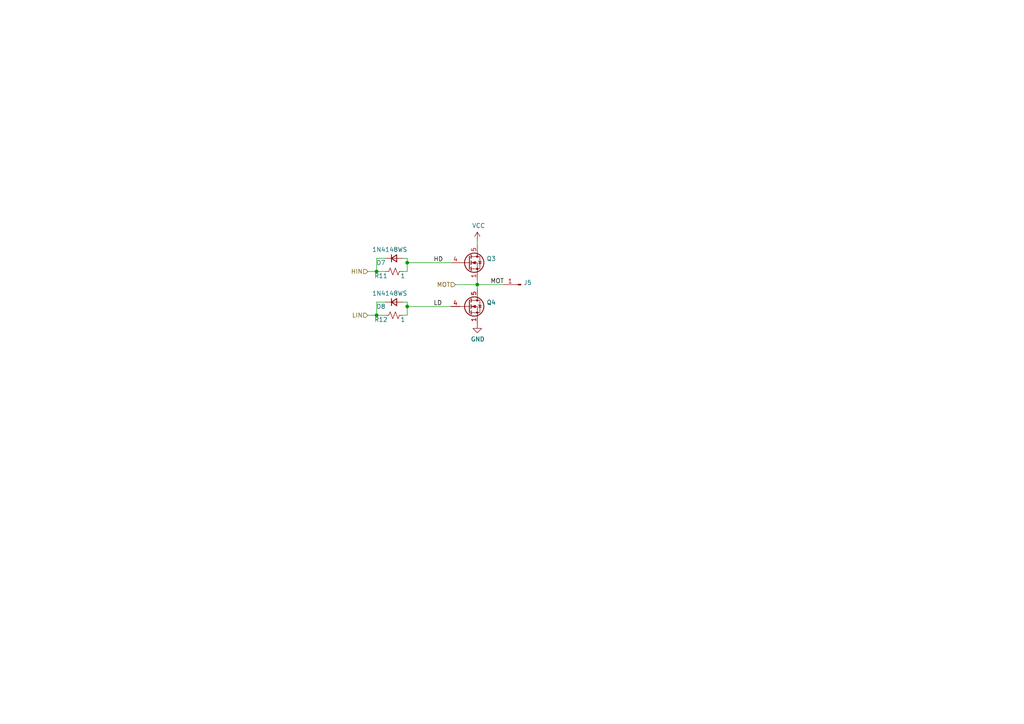
<source format=kicad_sch>
(kicad_sch (version 20211123) (generator eeschema)
  (paper "A4")
  (lib_symbols
    (symbol "Connector:Conn_01x01_Male" (pin_names (offset 1.016) hide)
      (property "Reference" "J" (at 0 2.54 0))
      (property "Value" "Conn_01x01_Male" (at 0 -2.54 0))
      (symbol "Conn_01x01_Male_1_1"
        (polyline (pts (xy 1.27 0) (xy 0.8636 0)) (stroke (width 0.1524)))
        (rectangle (start 0.8636 0.127) (end 0 -0.127) (stroke (width 0.1524)) (fill (type outline)))
        (pin passive line (at 5.08 0 180) (length 3.81) (name "Pin_1") (number "1"))
      )
    )
    (symbol "Device:D_Small" (pin_numbers hide) (pin_names (offset 0.254) hide)
      (property "Reference" "D" (at -1.27 2.032 0))
      (property "Value" "D_Small" (at -3.81 -2.032 0))
      (symbol "D_Small_0_1"
        (polyline (pts (xy -0.762 -1.016) (xy -0.762 1.016)) (stroke (width 0.254)))
        (polyline (pts (xy -0.762 0) (xy 0.762 0)))
        (polyline (pts (xy 0.762 -1.016) (xy -0.762 0) (xy 0.762 1.016) (xy 0.762 -1.016)) (stroke (width 0.254)))
      )
      (symbol "D_Small_1_1"
        (pin passive line (at -2.54 0 0) (length 1.778) (name "K") (number "1"))
        (pin passive line (at 2.54 0 180) (length 1.778) (name "A") (number "2"))
      )
    )
    (symbol "Device:R_Small_US" (pin_numbers hide) (pin_names (offset 0.254) hide)
      (property "Reference" "R" (at 0.762 0.508 0))
      (property "Value" "R_Small_US" (at 0.762 -1.016 0))
      (symbol "R_Small_US_1_1"
        (polyline (pts (xy 0 0) (xy 1.016 -0.381) (xy 0 -0.762) (xy -1.016 -1.143) (xy 0 -1.524)))
        (polyline (pts (xy 0 1.524) (xy 1.016 1.143) (xy 0 0.762) (xy -1.016 0.381) (xy 0 0)))
        (pin passive line (at 0 2.54 270) (length 1.016) (name "~") (number "1"))
        (pin passive line (at 0 -2.54 90) (length 1.016) (name "~") (number "2"))
      )
    )
    (symbol "Transistor_FET:PSMN5R2-60YL" (pin_names hide)
      (property "Reference" "Q" (at 6.35 2.54 0))
      (property "Value" "PSMN5R2-60YL" (at 12.7 0 0))
      (symbol "PSMN5R2-60YL_0_1"
        (polyline (pts (xy 0.254 0) (xy -2.54 0)))
        (polyline (pts (xy 0.254 1.905) (xy 0.254 -1.905)) (stroke (width 0.254)))
        (polyline (pts (xy 0.762 -1.27) (xy 0.762 -2.286)) (stroke (width 0.254)))
        (polyline (pts (xy 0.762 0.508) (xy 0.762 -0.508)) (stroke (width 0.254)))
        (polyline (pts (xy 0.762 2.286) (xy 0.762 1.27)) (stroke (width 0.254)))
        (polyline (pts (xy 2.54 2.54) (xy 2.54 1.778)))
        (polyline (pts (xy 2.54 -2.54) (xy 2.54 0) (xy 0.762 0)))
        (polyline (pts (xy 0.762 -1.778) (xy 3.302 -1.778) (xy 3.302 1.778) (xy 0.762 1.778)))
        (polyline (pts (xy 1.016 0) (xy 2.032 0.381) (xy 2.032 -0.381) (xy 1.016 0)) (fill (type outline)))
        (polyline (pts (xy 2.794 0.508) (xy 2.921 0.381) (xy 3.683 0.381) (xy 3.81 0.254)))
        (polyline (pts (xy 3.302 0.381) (xy 2.921 -0.254) (xy 3.683 -0.254) (xy 3.302 0.381)))
        (circle (center 1.651 0) (radius 2.794) (stroke (width 0.254)))
        (circle (center 2.54 -1.778) (radius 0.254) (fill (type outline)))
        (circle (center 2.54 1.778) (radius 0.254) (fill (type outline)))
      )
      (symbol "PSMN5R2-60YL_1_1"
        (pin passive line (at 2.54 -5.08 90) (length 2.54) (name "S") (number "1"))
        (pin passive line (at 2.54 -5.08 90) (length 2.54) hide (name "S") (number "2"))
        (pin passive line (at 2.54 -5.08 90) (length 2.54) hide (name "S") (number "3"))
        (pin passive line (at -5.08 0 0) (length 2.54) (name "G") (number "4"))
        (pin passive line (at 2.54 5.08 270) (length 2.54) (name "D") (number "5"))
      )
    )
    (symbol "power:GND" (power) (pin_names (offset 0))
      (property "Value" "GND" (at 0 -3.81 0))
      (symbol "GND_0_1"
        (polyline (pts (xy 0 0) (xy 0 -1.27) (xy 1.27 -1.27) (xy 0 -2.54) (xy -1.27 -1.27) (xy 0 -1.27)))
      )
      (symbol "GND_1_1"
        (pin power_in line (at 0 0 270) (length 0) hide (name "GND") (number "1"))
      )
    )
    (symbol "power:VCC" (power) (pin_names (offset 0))
      (property "Value" "VCC" (at 0 3.81 0))
      (symbol "VCC_0_1"
        (polyline (pts (xy -0.762 1.27) (xy 0 2.54)))
        (polyline (pts (xy 0 0) (xy 0 2.54)))
        (polyline (pts (xy 0 2.54) (xy 0.762 1.27)))
      )
      (symbol "VCC_1_1"
        (pin power_in line (at 0 0 90) (length 0) hide (name "VCC") (number "1"))
      )
    )
  )
  (junction (at 138.43 82.55))
  (junction (at 118.11 76.2))
  (junction (at 118.11 88.9))
  (junction (at 109.22 78.74))
  (junction (at 109.22 91.44))
  (wire (pts (xy 118.11 88.9) (xy 118.11 91.44)))
  (wire (pts (xy 118.11 88.9) (xy 130.81 88.9)))
  (wire (pts (xy 109.22 78.74) (xy 106.68 78.74)))
  (wire (pts (xy 109.22 74.93) (xy 109.22 78.74)))
  (wire (pts (xy 118.11 91.44) (xy 116.84 91.44)))
  (wire (pts (xy 111.76 74.93) (xy 109.22 74.93)))
  (wire (pts (xy 138.43 82.55) (xy 146.05 82.55)))
  (wire (pts (xy 138.43 69.85) (xy 138.43 71.12)))
  (wire (pts (xy 138.43 81.28) (xy 138.43 82.55)))
  (wire (pts (xy 109.22 87.63) (xy 109.22 91.44)))
  (wire (pts (xy 111.76 78.74) (xy 109.22 78.74)))
  (wire (pts (xy 111.76 91.44) (xy 109.22 91.44)))
  (wire (pts (xy 118.11 78.74) (xy 116.84 78.74)))
  (wire (pts (xy 118.11 76.2) (xy 118.11 78.74)))
  (wire (pts (xy 109.22 91.44) (xy 106.68 91.44)))
  (wire (pts (xy 109.22 87.63) (xy 111.76 87.63)))
  (wire (pts (xy 138.43 82.55) (xy 138.43 83.82)))
  (wire (pts (xy 118.11 76.2) (xy 130.81 76.2)))
  (wire (pts (xy 138.43 82.55) (xy 132.08 82.55)))
  (wire (pts (xy 116.84 87.63) (xy 118.11 87.63)))
  (wire (pts (xy 118.11 88.9) (xy 118.11 87.63)))
  (wire (pts (xy 118.11 76.2) (xy 118.11 74.93)))
  (wire (pts (xy 116.84 74.93) (xy 118.11 74.93)))
  (label "LD" (at 125.73 88.9 0))
  (label "MOT" (at 142.24 82.55 0))
  (label "HD" (at 125.73 76.2 0))
  (hierarchical_label "LIN" (shape input) (at 106.68 91.44 180))
  (hierarchical_label "MOT" (shape input) (at 132.08 82.55 180))
  (hierarchical_label "HIN" (shape input) (at 106.68 78.74 180))
  (symbol (lib_id "power:GND") (at 138.43 93.98 0)
    (property "Reference" "#PWR026" (effects hide))
    (property "Value" "GND" (at 138.557 98.3742 0))
  )
  (symbol (lib_id "Device:R_Small_US") (at 114.3 91.44 90)
    (property "Reference" "R12" (at 110.49 92.71 90))
    (property "Value" "1" (at 116.84 92.71 90))
    (property "Footprint" "Resistor_SMD:R_0603_1608Metric" (effects hide))
    (property "LCSC" "C22936" (effects hide))
  )
  (symbol (lib_id "Device:D_Small") (at 114.3 87.63 0)
    (property "Reference" "D8" (at 110.49 88.9 0))
    (property "Value" "1N4148WS" (at 113.03 85.09 0))
    (property "Footprint" "Diode_SMD:D_SOD-323" (effects hide))
    (property "Datasheet" "https://datasheet.lcsc.com/szlcsc/1810101110_Changjiang-Electronics-Tech-CJ-1N4148WS_C2128.pdf" (effects hide))
    (property "LCSC" "C2128" (effects hide))
  )
  (symbol (lib_id "Device:R_Small_US") (at 114.3 78.74 90)
    (property "Reference" "R11" (at 110.49 80.01 90))
    (property "Value" "1" (at 116.84 80.01 90))
    (property "Footprint" "Resistor_SMD:R_0603_1608Metric" (effects hide))
    (property "LCSC" "C22936" (effects hide))
  )
  (symbol (lib_id "Connector:Conn_01x01_Male") (at 151.13 82.55 180)
    (property "Reference" "J5" (at 151.8412 81.9912 0) (effects (justify right)))
    (property "Value" "Conn_01x01_Male" (effects hide))
    (property "Footprint" "TestPoint:TestPoint_Pad_4.0x4.0mm" (effects hide))
  )
  (symbol (lib_id "power:VCC") (at 138.43 69.85 0)
    (property "Reference" "#PWR025" (effects hide))
    (property "Value" "VCC" (at 138.811 65.4558 0))
  )
  (symbol (lib_id "Device:D_Small") (at 114.3 74.93 0)
    (property "Reference" "D7" (at 110.49 76.2 0))
    (property "Value" "1N4148WS" (at 113.03 72.39 0))
    (property "Footprint" "Diode_SMD:D_SOD-323" (effects hide))
    (property "Datasheet" "https://datasheet.lcsc.com/szlcsc/1810101110_Changjiang-Electronics-Tech-CJ-1N4148WS_C2128.pdf" (effects hide))
    (property "LCSC" "C2128" (effects hide))
  )
  (symbol (lib_id "Transistor_FET:PSMN5R2-60YL") (at 135.89 76.2 0)
    (property "Reference" "Q3" (at 141.097 75.0316 0) (effects (justify left)))
    (property "Value" "HYG013N03LS1C2" (effects hide))
    (property "Footprint" "Package_TO_SOT_SMD:LFPAK56" (effects hide))
    (property "Datasheet" "https://assets.nexperia.cn/documents/data-sheet/PSMN1R4-30YLD.pdf" (effects hide))
    (property "LCSC" "C2763405" (effects hide))
  )
  (symbol (lib_id "Transistor_FET:PSMN5R2-60YL") (at 135.89 88.9 0)
    (property "Reference" "Q4" (at 141.097 87.7316 0) (effects (justify left)))
    (property "Value" "HYG013N03LS1C2" (effects hide))
    (property "Footprint" "Package_TO_SOT_SMD:LFPAK56" (effects hide))
    (property "Datasheet" "https://assets.nexperia.cn/documents/data-sheet/PSMN1R4-30YLD.pdf" (effects hide))
    (property "LCSC" "C2763405" (effects hide))
  )
)
</source>
